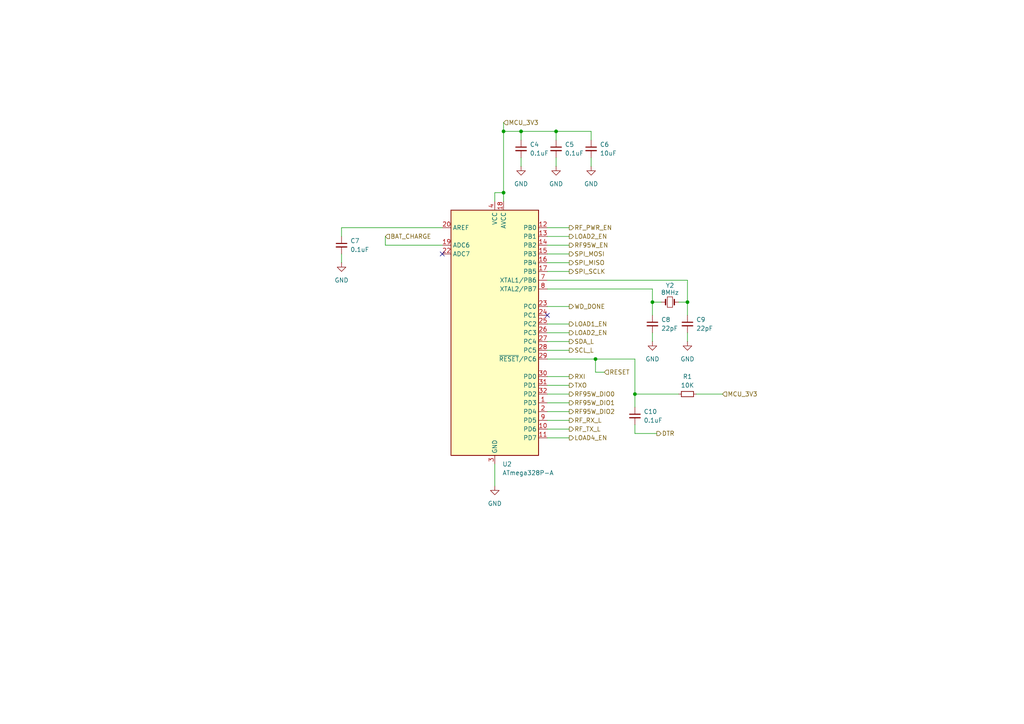
<source format=kicad_sch>
(kicad_sch (version 20231120) (generator "eeschema") (generator_version "8.0")
  (paper "A4")
  (lib_symbols
    (symbol "Device:C_Small" (pin_numbers hide) (pin_names (offset 0.254) hide)
      (property "Reference" "C" (at 0.254 1.778 0))
      (property "Value" "C_Small" (at 0.254 -2.032 0))
      (symbol "C_Small_0_1"
        (polyline (pts (xy -1.524 -0.508) (xy 1.524 -0.508)) (stroke (width 0.3302)))
        (polyline (pts (xy -1.524 0.508) (xy 1.524 0.508)) (stroke (width 0.3048)))
      )
      (symbol "C_Small_1_1"
        (pin passive line (at 0 2.54 270) (length 2.032) (name "~") (number "1"))
        (pin passive line (at 0 -2.54 90) (length 2.032) (name "~") (number "2"))
      )
    )
    (symbol "Device:Crystal_Small" (pin_numbers hide) (pin_names (offset 1.016) hide)
      (property "Reference" "Y" (at 0 2.54 0))
      (property "Value" "Crystal_Small" (at 0 -2.54 0))
      (symbol "Crystal_Small_0_1"
        (rectangle (start -0.762 -1.524) (end 0.762 1.524))
        (polyline (pts (xy -1.27 -0.762) (xy -1.27 0.762)) (stroke (width 0.381)))
        (polyline (pts (xy 1.27 -0.762) (xy 1.27 0.762)) (stroke (width 0.381)))
      )
      (symbol "Crystal_Small_1_1"
        (pin passive line (at -2.54 0 0) (length 1.27) (name "1") (number "1"))
        (pin passive line (at 2.54 0 180) (length 1.27) (name "2") (number "2"))
      )
    )
    (symbol "Device:R_Small" (pin_numbers hide) (pin_names (offset 0.254) hide)
      (property "Reference" "R" (at 0.762 0.508 0))
      (property "Value" "R_Small" (at 0.762 -1.016 0))
      (symbol "R_Small_0_1"
        (rectangle (start -0.762 1.778) (end 0.762 -1.778) (stroke (width 0.2032)))
      )
      (symbol "R_Small_1_1"
        (pin passive line (at 0 2.54 270) (length 0.762) (name "~") (number "1"))
        (pin passive line (at 0 -2.54 90) (length 0.762) (name "~") (number "2"))
      )
    )
    (symbol "MCU_Microchip_ATmega:ATmega328P-A"
      (property "Reference" "U" (at -12.7 36.83 0))
      (property "Value" "ATmega328P-A" (at 2.54 -36.83 0))
      (symbol "ATmega328P-A_0_1"
        (rectangle (start -12.7 -35.56) (end 12.7 35.56) (stroke (width 0.254)) (fill (type background)))
      )
      (symbol "ATmega328P-A_1_1"
        (pin bidirectional line (at 15.24 -20.32 180) (length 2.54) (name "PD3") (number "1"))
        (pin bidirectional line (at 15.24 -27.94 180) (length 2.54) (name "PD6") (number "10"))
        (pin bidirectional line (at 15.24 -30.48 180) (length 2.54) (name "PD7") (number "11"))
        (pin bidirectional line (at 15.24 30.48 180) (length 2.54) (name "PB0") (number "12"))
        (pin bidirectional line (at 15.24 27.94 180) (length 2.54) (name "PB1") (number "13"))
        (pin bidirectional line (at 15.24 25.4 180) (length 2.54) (name "PB2") (number "14"))
        (pin bidirectional line (at 15.24 22.86 180) (length 2.54) (name "PB3") (number "15"))
        (pin bidirectional line (at 15.24 20.32 180) (length 2.54) (name "PB4") (number "16"))
        (pin bidirectional line (at 15.24 17.78 180) (length 2.54) (name "PB5") (number "17"))
        (pin power_in line (at 2.54 38.1 270) (length 2.54) (name "AVCC") (number "18"))
        (pin input line (at -15.24 25.4 0) (length 2.54) (name "ADC6") (number "19"))
        (pin bidirectional line (at 15.24 -22.86 180) (length 2.54) (name "PD4") (number "2"))
        (pin passive line (at -15.24 30.48 0) (length 2.54) (name "AREF") (number "20"))
        (pin passive line (at 0 -38.1 90) (length 2.54) hide (name "GND") (number "21"))
        (pin input line (at -15.24 22.86 0) (length 2.54) (name "ADC7") (number "22"))
        (pin bidirectional line (at 15.24 7.62 180) (length 2.54) (name "PC0") (number "23"))
        (pin bidirectional line (at 15.24 5.08 180) (length 2.54) (name "PC1") (number "24"))
        (pin bidirectional line (at 15.24 2.54 180) (length 2.54) (name "PC2") (number "25"))
        (pin bidirectional line (at 15.24 0 180) (length 2.54) (name "PC3") (number "26"))
        (pin bidirectional line (at 15.24 -2.54 180) (length 2.54) (name "PC4") (number "27"))
        (pin bidirectional line (at 15.24 -5.08 180) (length 2.54) (name "PC5") (number "28"))
        (pin bidirectional line (at 15.24 -7.62 180) (length 2.54) (name "~{RESET}/PC6") (number "29"))
        (pin power_in line (at 0 -38.1 90) (length 2.54) (name "GND") (number "3"))
        (pin bidirectional line (at 15.24 -12.7 180) (length 2.54) (name "PD0") (number "30"))
        (pin bidirectional line (at 15.24 -15.24 180) (length 2.54) (name "PD1") (number "31"))
        (pin bidirectional line (at 15.24 -17.78 180) (length 2.54) (name "PD2") (number "32"))
        (pin power_in line (at 0 38.1 270) (length 2.54) (name "VCC") (number "4"))
        (pin passive line (at 0 -38.1 90) (length 2.54) hide (name "GND") (number "5"))
        (pin passive line (at 0 38.1 270) (length 2.54) hide (name "VCC") (number "6"))
        (pin bidirectional line (at 15.24 15.24 180) (length 2.54) (name "XTAL1/PB6") (number "7"))
        (pin bidirectional line (at 15.24 12.7 180) (length 2.54) (name "XTAL2/PB7") (number "8"))
        (pin bidirectional line (at 15.24 -25.4 180) (length 2.54) (name "PD5") (number "9"))
      )
    )
    (symbol "power:GND" (power) (pin_numbers hide) (pin_names (offset 0) hide)
      (property "Value" "GND" (at 0 -3.81 0))
      (symbol "GND_0_1"
        (polyline (pts (xy 0 0) (xy 0 -1.27) (xy 1.27 -1.27) (xy 0 -2.54) (xy -1.27 -1.27) (xy 0 -1.27)))
      )
      (symbol "GND_1_1"
        (pin power_in line (at 0 0 270) (length 0) (name "~") (number "1"))
      )
    )
  )
  (junction (at 189.23 87.63))
  (junction (at 146.05 38.1))
  (junction (at 184.15 114.3))
  (junction (at 161.29 38.1))
  (junction (at 172.72 104.14))
  (junction (at 199.39 87.63))
  (junction (at 146.05 55.88))
  (junction (at 151.13 38.1))
  (no_connect (at 158.75 91.44))
  (no_connect (at 128.27 73.66))
  (wire (pts (xy 158.75 116.84) (xy 165.1 116.84)))
  (wire (pts (xy 184.15 125.73) (xy 190.5 125.73)))
  (wire (pts (xy 158.75 88.9) (xy 165.1 88.9)))
  (wire (pts (xy 171.45 45.72) (xy 171.45 48.26)))
  (wire (pts (xy 158.75 71.12) (xy 165.1 71.12)))
  (wire (pts (xy 158.75 83.82) (xy 189.23 83.82)))
  (wire (pts (xy 99.06 73.66) (xy 99.06 76.2)))
  (wire (pts (xy 143.51 55.88) (xy 146.05 55.88)))
  (wire (pts (xy 158.75 81.28) (xy 199.39 81.28)))
  (wire (pts (xy 171.45 40.64) (xy 171.45 38.1)))
  (wire (pts (xy 196.85 87.63) (xy 199.39 87.63)))
  (wire (pts (xy 158.75 93.98) (xy 165.1 93.98)))
  (wire (pts (xy 172.72 104.14) (xy 184.15 104.14)))
  (wire (pts (xy 189.23 87.63) (xy 191.77 87.63)))
  (wire (pts (xy 184.15 114.3) (xy 184.15 118.11)))
  (wire (pts (xy 184.15 123.19) (xy 184.15 125.73)))
  (wire (pts (xy 199.39 96.52) (xy 199.39 99.06)))
  (wire (pts (xy 161.29 40.64) (xy 161.29 38.1)))
  (wire (pts (xy 199.39 81.28) (xy 199.39 87.63)))
  (wire (pts (xy 172.72 107.95) (xy 172.72 104.14)))
  (wire (pts (xy 158.75 101.6) (xy 165.1 101.6)))
  (wire (pts (xy 161.29 45.72) (xy 161.29 48.26)))
  (wire (pts (xy 184.15 114.3) (xy 184.15 104.14)))
  (wire (pts (xy 158.75 76.2) (xy 165.1 76.2)))
  (wire (pts (xy 111.76 71.12) (xy 128.27 71.12)))
  (wire (pts (xy 158.75 127) (xy 165.1 127)))
  (wire (pts (xy 158.75 111.76) (xy 165.1 111.76)))
  (wire (pts (xy 189.23 83.82) (xy 189.23 87.63)))
  (wire (pts (xy 158.75 68.58) (xy 165.1 68.58)))
  (wire (pts (xy 143.51 134.62) (xy 143.51 140.97)))
  (wire (pts (xy 189.23 87.63) (xy 189.23 91.44)))
  (wire (pts (xy 146.05 38.1) (xy 146.05 55.88)))
  (wire (pts (xy 158.75 104.14) (xy 172.72 104.14)))
  (wire (pts (xy 184.15 114.3) (xy 196.85 114.3)))
  (wire (pts (xy 158.75 99.06) (xy 165.1 99.06)))
  (wire (pts (xy 158.75 109.22) (xy 165.1 109.22)))
  (wire (pts (xy 151.13 45.72) (xy 151.13 48.26)))
  (wire (pts (xy 175.26 107.95) (xy 172.72 107.95)))
  (wire (pts (xy 146.05 35.56) (xy 146.05 38.1)))
  (wire (pts (xy 158.75 78.74) (xy 165.1 78.74)))
  (wire (pts (xy 143.51 58.42) (xy 143.51 55.88)))
  (wire (pts (xy 161.29 38.1) (xy 151.13 38.1)))
  (wire (pts (xy 111.76 68.58) (xy 111.76 71.12)))
  (wire (pts (xy 158.75 66.04) (xy 165.1 66.04)))
  (wire (pts (xy 158.75 121.92) (xy 165.1 121.92)))
  (wire (pts (xy 158.75 96.52) (xy 165.1 96.52)))
  (wire (pts (xy 128.27 66.04) (xy 99.06 66.04)))
  (wire (pts (xy 199.39 87.63) (xy 199.39 91.44)))
  (wire (pts (xy 158.75 124.46) (xy 165.1 124.46)))
  (wire (pts (xy 189.23 96.52) (xy 189.23 99.06)))
  (wire (pts (xy 158.75 114.3) (xy 165.1 114.3)))
  (wire (pts (xy 99.06 66.04) (xy 99.06 68.58)))
  (wire (pts (xy 146.05 55.88) (xy 146.05 58.42)))
  (wire (pts (xy 158.75 73.66) (xy 165.1 73.66)))
  (wire (pts (xy 151.13 38.1) (xy 151.13 40.64)))
  (wire (pts (xy 146.05 38.1) (xy 151.13 38.1)))
  (wire (pts (xy 201.93 114.3) (xy 209.55 114.3)))
  (wire (pts (xy 158.75 119.38) (xy 165.1 119.38)))
  (wire (pts (xy 171.45 38.1) (xy 161.29 38.1)))
  (hierarchical_label "DTR" (shape output) (at 190.5 125.73 0))
  (hierarchical_label "TXO" (shape output) (at 165.1 111.76 0))
  (hierarchical_label "WD_DONE" (shape output) (at 165.1 88.9 0))
  (hierarchical_label "LOAD2_EN" (shape output) (at 165.1 68.58 0))
  (hierarchical_label "RF95W_EN" (shape output) (at 165.1 71.12 0))
  (hierarchical_label "BAT_CHARGE" (shape input) (at 111.76 68.58 0))
  (hierarchical_label "SCL_L" (shape output) (at 165.1 101.6 0))
  (hierarchical_label "SDA_L" (shape output) (at 165.1 99.06 0))
  (hierarchical_label "SPI_MISO" (shape output) (at 165.1 76.2 0))
  (hierarchical_label "RESET" (shape input) (at 175.26 107.95 0))
  (hierarchical_label "RF95W_DIO1" (shape output) (at 165.1 116.84 0))
  (hierarchical_label "SPI_SCLK" (shape output) (at 165.1 78.74 0))
  (hierarchical_label "RF95W_DIO2" (shape output) (at 165.1 119.38 0))
  (hierarchical_label "RF_PWR_EN" (shape output) (at 165.1 66.04 0))
  (hierarchical_label "MCU_3V3" (shape input) (at 209.55 114.3 0))
  (hierarchical_label "LOAD2_EN" (shape output) (at 165.1 96.52 0))
  (hierarchical_label "RF_TX_L" (shape output) (at 165.1 124.46 0))
  (hierarchical_label "MCU_3V3" (shape input) (at 146.05 35.56 0))
  (hierarchical_label "SPI_MOSI" (shape output) (at 165.1 73.66 0))
  (hierarchical_label "RXI" (shape output) (at 165.1 109.22 0))
  (hierarchical_label "LOAD4_EN" (shape output) (at 165.1 127 0))
  (hierarchical_label "RF_RX_L" (shape output) (at 165.1 121.92 0))
  (hierarchical_label "LOAD1_EN" (shape output) (at 165.1 93.98 0))
  (hierarchical_label "RF95W_DIO0" (shape output) (at 165.1 114.3 0))
  (symbol (lib_id "power:GND") (at 189.23 99.06 0) (unit 1)
    (property "Reference" "#PWR010" (effects (hide yes)))
    (property "Value" "GND" (at 189.23 104.14 0))
    (property "Description" "Power symbol creates a global label with name \"GND\" , ground" (effects (hide yes)))
  )
  (symbol (lib_id "power:GND") (at 171.45 48.26 0) (unit 1)
    (property "Reference" "#PWR08" (effects (hide yes)))
    (property "Value" "GND" (at 171.45 53.34 0))
    (property "Description" "Power symbol creates a global label with name \"GND\" , ground" (effects (hide yes)))
  )
  (symbol (lib_id "Device:C_Small") (at 171.45 43.18 0) (unit 1)
    (property "Reference" "C6" (at 173.99 41.9162 0) (effects (justify left)))
    (property "Value" "10uF" (at 173.99 44.4562 0) (effects (justify left)))
    (property "Description" "Unpolarized capacitor, small symbol" (effects (hide yes)))
  )
  (symbol (lib_id "Device:C_Small") (at 199.39 93.98 0) (unit 1)
    (property "Reference" "C9" (at 201.93 92.7162 0) (effects (justify left)))
    (property "Value" "22pF" (at 201.93 95.2562 0) (effects (justify left)))
    (property "Description" "Unpolarized capacitor, small symbol" (effects (hide yes)))
  )
  (symbol (lib_id "power:GND") (at 199.39 99.06 0) (unit 1)
    (property "Reference" "#PWR09" (effects (hide yes)))
    (property "Value" "GND" (at 199.39 104.14 0))
    (property "Description" "Power symbol creates a global label with name \"GND\" , ground" (effects (hide yes)))
  )
  (symbol (lib_id "power:GND") (at 99.06 76.2 0) (unit 1)
    (property "Reference" "#PWR016" (effects (hide yes)))
    (property "Value" "GND" (at 99.06 81.28 0))
    (property "Description" "Power symbol creates a global label with name \"GND\" , ground" (effects (hide yes)))
  )
  (symbol (lib_id "Device:C_Small") (at 99.06 71.12 0) (unit 1)
    (property "Reference" "C7" (at 101.6 69.8562 0) (effects (justify left)))
    (property "Value" "0.1uF" (at 101.6 72.3962 0) (effects (justify left)))
    (property "Description" "Unpolarized capacitor, small symbol" (effects (hide yes)))
  )
  (symbol (lib_id "Device:C_Small") (at 161.29 43.18 0) (unit 1)
    (property "Reference" "C5" (at 163.83 41.9162 0) (effects (justify left)))
    (property "Value" "0.1uF" (at 163.83 44.4562 0) (effects (justify left)))
    (property "Description" "Unpolarized capacitor, small symbol" (effects (hide yes)))
  )
  (symbol (lib_id "power:GND") (at 151.13 48.26 0) (unit 1)
    (property "Reference" "#PWR05" (effects (hide yes)))
    (property "Value" "GND" (at 151.13 53.34 0))
    (property "Description" "Power symbol creates a global label with name \"GND\" , ground" (effects (hide yes)))
  )
  (symbol (lib_id "MCU_Microchip_ATmega:ATmega328P-A") (at 143.51 96.52 0) (unit 1)
    (property "Reference" "U2" (at 145.7041 134.62 0) (effects (justify left)))
    (property "Value" "ATmega328P-A" (at 145.7041 137.16 0) (effects (justify left)))
    (property "Footprint" "Package_QFP:TQFP-32_7x7mm_P0.8mm" (effects (hide yes)))
    (property "Datasheet" "http://ww1.microchip.com/downloads/en/DeviceDoc/ATmega328_P%20AVR%20MCU%20with%20picoPower%20Technology%20Data%20Sheet%2040001984A.pdf" (effects (hide yes)))
    (property "Description" "20MHz, 32kB Flash, 2kB SRAM, 1kB EEPROM, TQFP-32" (effects (hide yes)))
  )
  (symbol (lib_id "Device:Crystal_Small") (at 194.31 87.63 0) (unit 1)
    (property "Reference" "Y2" (at 194.31 82.804 0))
    (property "Value" "8MHz" (at 194.31 84.836 0))
    (property "Description" "Two pin crystal, small symbol" (effects (hide yes)))
  )
  (symbol (lib_id "Device:R_Small") (at 199.39 114.3 90) (unit 1)
    (property "Reference" "R1" (at 199.39 109.22 90))
    (property "Value" "10K" (at 199.39 111.76 90))
    (property "Description" "Resistor, small symbol" (effects (hide yes)))
  )
  (symbol (lib_id "Device:C_Small") (at 189.23 93.98 0) (unit 1)
    (property "Reference" "C8" (at 191.77 92.7162 0) (effects (justify left)))
    (property "Value" "22pF" (at 191.77 95.2562 0) (effects (justify left)))
    (property "Description" "Unpolarized capacitor, small symbol" (effects (hide yes)))
  )
  (symbol (lib_id "power:GND") (at 161.29 48.26 0) (unit 1)
    (property "Reference" "#PWR07" (effects (hide yes)))
    (property "Value" "GND" (at 161.29 53.34 0))
    (property "Description" "Power symbol creates a global label with name \"GND\" , ground" (effects (hide yes)))
  )
  (symbol (lib_id "power:GND") (at 143.51 140.97 0) (unit 1)
    (property "Reference" "#PWR011" (effects (hide yes)))
    (property "Value" "GND" (at 143.51 146.05 0))
    (property "Description" "Power symbol creates a global label with name \"GND\" , ground" (effects (hide yes)))
  )
  (symbol (lib_id "Device:C_Small") (at 151.13 43.18 0) (unit 1)
    (property "Reference" "C4" (at 153.67 41.9162 0) (effects (justify left)))
    (property "Value" "0.1uF" (at 153.67 44.4562 0) (effects (justify left)))
    (property "Description" "Unpolarized capacitor, small symbol" (effects (hide yes)))
  )
  (symbol (lib_id "Device:C_Small") (at 184.15 120.65 0) (unit 1)
    (property "Reference" "C10" (at 186.69 119.3862 0) (effects (justify left)))
    (property "Value" "0.1uF" (at 186.69 121.9262 0) (effects (justify left)))
    (property "Description" "Unpolarized capacitor, small symbol" (effects (hide yes)))
  )
)
</source>
